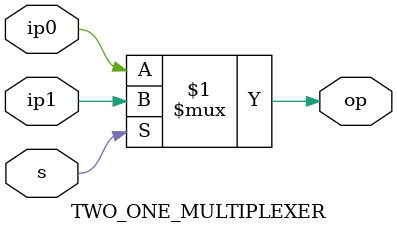
<source format=v>
module TWO_ONE_MULTIPLEXER(op, ip0, ip1, s);
    input ip0, ip1, s;
    output op;
	
    assign op = s ? ip1 : ip0;
endmodule
</source>
